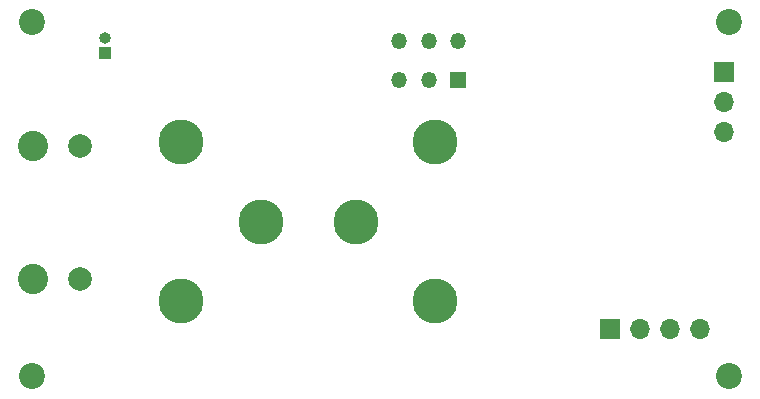
<source format=gbs>
%TF.GenerationSoftware,KiCad,Pcbnew,8.0.2-1*%
%TF.CreationDate,2024-09-12T10:11:59+09:00*%
%TF.ProjectId,gas_nrf52832,6761735f-6e72-4663-9532-3833322e6b69,rev?*%
%TF.SameCoordinates,Original*%
%TF.FileFunction,Soldermask,Bot*%
%TF.FilePolarity,Negative*%
%FSLAX46Y46*%
G04 Gerber Fmt 4.6, Leading zero omitted, Abs format (unit mm)*
G04 Created by KiCad (PCBNEW 8.0.2-1) date 2024-09-12 10:11:59*
%MOMM*%
%LPD*%
G01*
G04 APERTURE LIST*
%ADD10R,1.000000X1.000000*%
%ADD11O,1.000000X1.000000*%
%ADD12R,1.700000X1.700000*%
%ADD13O,1.700000X1.700000*%
%ADD14R,1.350000X1.350000*%
%ADD15O,1.350000X1.350000*%
%ADD16C,2.200000*%
%ADD17C,2.010000*%
%ADD18C,2.565000*%
%ADD19C,3.800000*%
G04 APERTURE END LIST*
D10*
X98080000Y-80640000D03*
D11*
X98080000Y-79370000D03*
D12*
X140820000Y-104000000D03*
D13*
X143360000Y-104000000D03*
X145900000Y-104000000D03*
X148440000Y-104000000D03*
D14*
X128000000Y-82900000D03*
D15*
X125500000Y-82900000D03*
X123000000Y-82900000D03*
X128000000Y-79600000D03*
X125500000Y-79600000D03*
X123000000Y-79600000D03*
D16*
X91900000Y-78000000D03*
X91900000Y-108000000D03*
X150900000Y-78000000D03*
X150900000Y-108000000D03*
D12*
X150500000Y-82235000D03*
D13*
X150500000Y-84775000D03*
X150500000Y-87315000D03*
D17*
X96000000Y-88500000D03*
D18*
X92000000Y-88500000D03*
X92000000Y-99740000D03*
D17*
X96000000Y-99740000D03*
D19*
X104550000Y-101650000D03*
X104550000Y-88150000D03*
X111300000Y-94900000D03*
X119300000Y-94900000D03*
X126050000Y-88150000D03*
X126050000Y-101650000D03*
M02*

</source>
